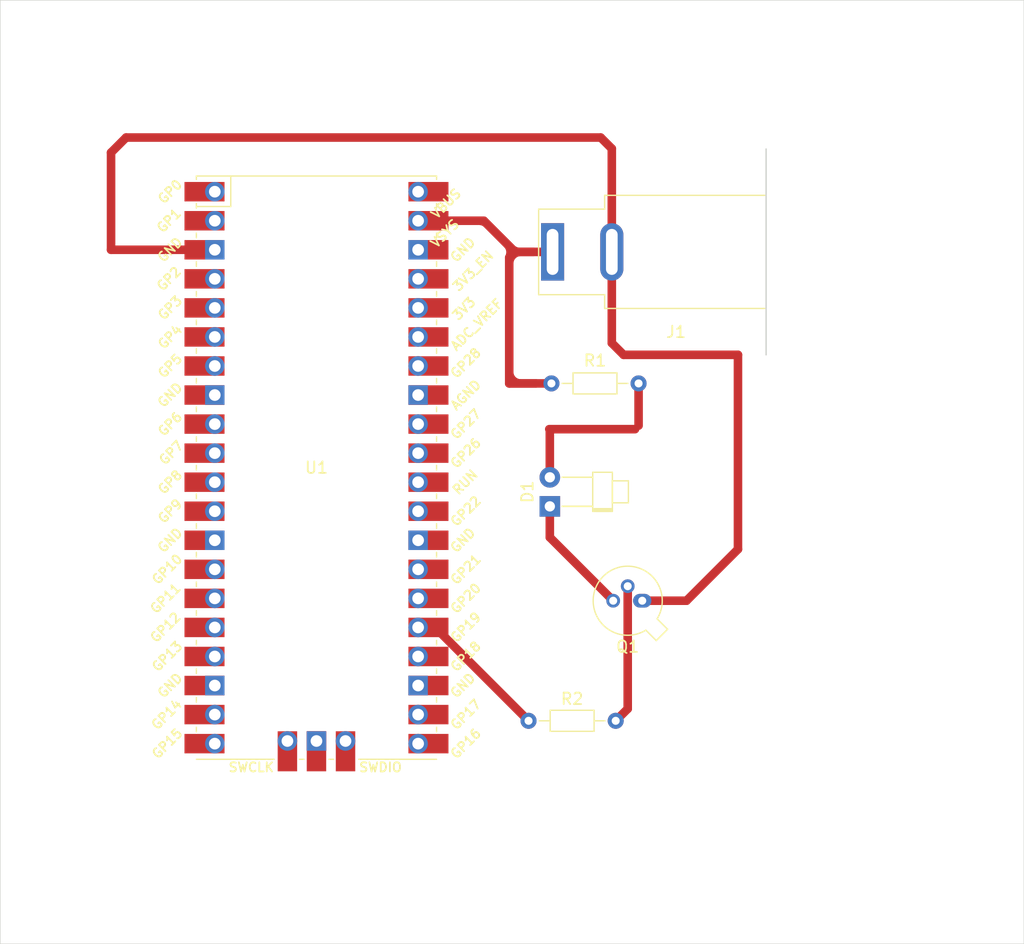
<source format=kicad_pcb>
(kicad_pcb (version 20240108) (generator "pcbnew") (generator_version "8.0")
  (layers (0 "F.Cu" signal) (31 "B.Cu" signal) (34 "B.Paste" user) (35 "F.Paste" user) (36 "B.SilkS" user "B.Silkscreen") (37 "F.SilkS" user "F.Silkscreen") (38 "B.Mask" user) (39 "F.Mask" user) (44 "Edge.Cuts" user))
  (net 0 "")
  (net 1 "GND")
  (net 2 "Net-(D1-K)")
  (net 3 "Net-(Q1-B)")
  (net 4 "Net-(U1-GPIO19)")
  (net 25 "VCC")
  (net 44 "Net-(D1-A)")
  (net 45 "unconnected-(U1-GND-Pad38)")
  (footprint "Resistor_THT:R_Axial_DIN0204_L3.6mm_D1.6mm_P7.62mm_Horizontal" (layer "F.Cu") (at 144.19 119.5)
    (property "Reference" "R2" (at 3.81 -1.92 0) (layer "F.SilkS"))
    (property "Value" "R_US")
    (fp_line (start 0.94 0) (end 1.89 0) (stroke (width 0.12)) (layer "F.SilkS"))
    (fp_line (start 1.89 -0.92) (end 1.89 0.92) (stroke (width 0.12)) (layer "F.SilkS"))
    (fp_line (start 1.89 0.92) (end 5.73 0.92) (stroke (width 0.12)) (layer "F.SilkS"))
    (fp_line (start 5.73 -0.92) (end 1.89 -0.92) (stroke (width 0.12)) (layer "F.SilkS"))
    (fp_line (start 5.73 0.92) (end 5.73 -0.92) (stroke (width 0.12)) (layer "F.SilkS"))
    (fp_line (start 6.68 0) (end 5.73 0) (stroke (width 0.12)) (layer "F.SilkS"))
    (pad "1" thru_hole circle (at 0 0) (size 1.4 1.4) (drill 0.7) (layers "*.Cu" "*.Mask") (net 4 "Net-(U1-GPIO19)"))
    (pad "2" thru_hole oval (at 7.62 0) (size 1.4 1.4) (drill 0.7) (layers "*.Cu" "*.Mask") (net 3 "Net-(Q1-B)"))
  )
  (footprint "Resistor_THT:R_Axial_DIN0204_L3.6mm_D1.6mm_P7.62mm_Horizontal" (layer "F.Cu") (at 146.19 90)
    (property "Reference" "R1" (at 3.81 -2 0) (layer "F.SilkS"))
    (property "Value" "R_US")
    (fp_line (start 0.94 0) (end 1.89 0) (stroke (width 0.12)) (layer "F.SilkS"))
    (fp_line (start 1.89 -0.92) (end 1.89 0.92) (stroke (width 0.12)) (layer "F.SilkS"))
    (fp_line (start 1.89 0.92) (end 5.73 0.92) (stroke (width 0.12)) (layer "F.SilkS"))
    (fp_line (start 5.73 -0.92) (end 1.89 -0.92) (stroke (width 0.12)) (layer "F.SilkS"))
    (fp_line (start 5.73 0.92) (end 5.73 -0.92) (stroke (width 0.12)) (layer "F.SilkS"))
    (fp_line (start 6.68 0) (end 5.73 0) (stroke (width 0.12)) (layer "F.SilkS"))
    (pad "1" thru_hole circle (at 0 0) (size 1.4 1.4) (drill 0.7) (layers "*.Cu" "*.Mask") (net 25 "VCC"))
    (pad "2" thru_hole oval (at 7.62 0) (size 1.4 1.4) (drill 0.7) (layers "*.Cu" "*.Mask") (net 44 "Net-(D1-A)"))
  )
  (footprint "LED_THT:LED_D1.8mm_W1.8mm_H2.4mm_Horizontal_O3.81mm_Z8.2mm" (layer "F.Cu") (at 146.05 100.75 90)
    (property "Reference" "D1" (at 1.27 -1.96 270) (layer "F.SilkS"))
    (property "Value" "LED")
    (fp_line (start 2.54 1.08) (end 2.54 1.08) (stroke (width 0.12)) (layer "F.SilkS"))
    (fp_line (start 2.54 1.08) (end 2.54 3.75) (stroke (width 0.12)) (layer "F.SilkS"))
    (fp_line (start 0 1.08) (end 0 1.08) (stroke (width 0.12)) (layer "F.SilkS"))
    (fp_line (start 0 1.08) (end 0 3.75) (stroke (width 0.12)) (layer "F.SilkS"))
    (fp_line (start 2.98 3.75) (end -0.44 3.75) (stroke (width 0.12)) (layer "F.SilkS"))
    (fp_line (start 2.54 3.75) (end 2.54 1.08) (stroke (width 0.12)) (layer "F.SilkS"))
    (fp_line (start 2.54 3.75) (end 2.54 3.75) (stroke (width 0.12)) (layer "F.SilkS"))
    (fp_line (start 0 3.75) (end 0 1.08) (stroke (width 0.12)) (layer "F.SilkS"))
    (fp_line (start 0 3.75) (end 0 3.75) (stroke (width 0.12)) (layer "F.SilkS"))
    (fp_line (start -0.2 3.75) (end -0.2 5.47) (stroke (width 0.12)) (layer "F.SilkS"))
    (fp_line (start -0.32 3.75) (end -0.32 5.47) (stroke (width 0.12)) (layer "F.SilkS"))
    (fp_line (start -0.44 3.75) (end -0.44 5.47) (stroke (width 0.12)) (layer "F.SilkS"))
    (fp_line (start 2.98 5.47) (end 2.98 3.75) (stroke (width 0.12)) (layer "F.SilkS"))
    (fp_line (start 2.23 5.47) (end 0.31 5.47) (stroke (width 0.12)) (layer "F.SilkS"))
    (fp_line (start 0.31 5.47) (end 0.31 6.87) (stroke (width 0.12)) (layer "F.SilkS"))
    (fp_line (start -0.44 5.47) (end 2.98 5.47) (stroke (width 0.12)) (layer "F.SilkS"))
    (fp_line (start 2.23 6.87) (end 2.23 5.47) (stroke (width 0.12)) (layer "F.SilkS"))
    (fp_line (start 0.31 6.87) (end 2.23 6.87) (stroke (width 0.12)) (layer "F.SilkS"))
    (pad "1" thru_hole rect (at 0 0 90) (size 1.8 1.8) (drill 0.9) (layers "*.Cu" "*.Mask") (net 2 "Net-(D1-K)"))
    (pad "2" thru_hole circle (at 2.54 0 90) (size 1.8 1.8) (drill 0.9) (layers "*.Cu" "*.Mask") (net 44 "Net-(D1-A)"))
  )
  (footprint "MCU_RaspberryPi_and_Boards:RPi_Pico_SMD_TH" (layer "F.Cu") (at 125.645552 97.365552)
    (property "Reference" "U1" (at 0 0 0) (layer "F.SilkS"))
    (property "Value" "Pico")
    (fp_line (start -10.5 -25.5) (end -10.5 -25.2) (stroke (width 0.12)) (layer "F.SilkS"))
    (fp_line (start -10.5 -25.5) (end 10.5 -25.5) (stroke (width 0.12)) (layer "F.SilkS"))
    (fp_line (start -10.5 -23.1) (end -10.5 -22.7) (stroke (width 0.12)) (layer "F.SilkS"))
    (fp_line (start -10.5 -22.833) (end -7.493 -22.833) (stroke (width 0.12)) (layer "F.SilkS"))
    (fp_line (start -10.5 -20.5) (end -10.5 -20.1) (stroke (width 0.12)) (layer "F.SilkS"))
    (fp_line (start -10.5 -18) (end -10.5 -17.6) (stroke (width 0.12)) (layer "F.SilkS"))
    (fp_line (start -10.5 -15.4) (end -10.5 -15) (stroke (width 0.12)) (layer "F.SilkS"))
    (fp_line (start -10.5 -12.9) (end -10.5 -12.5) (stroke (width 0.12)) (layer "F.SilkS"))
    (fp_line (start -10.5 -10.4) (end -10.5 -10) (stroke (width 0.12)) (layer "F.SilkS"))
    (fp_line (start -10.5 -7.8) (end -10.5 -7.4) (stroke (width 0.12)) (layer "F.SilkS"))
    (fp_line (start -10.5 -5.3) (end -10.5 -4.9) (stroke (width 0.12)) (layer "F.SilkS"))
    (fp_line (start -10.5 -2.7) (end -10.5 -2.3) (stroke (width 0.12)) (layer "F.SilkS"))
    (fp_line (start -10.5 -0.2) (end -10.5 0.2) (stroke (width 0.12)) (layer "F.SilkS"))
    (fp_line (start -10.5 2.3) (end -10.5 2.7) (stroke (width 0.12)) (layer "F.SilkS"))
    (fp_line (start -10.5 4.9) (end -10.5 5.3) (stroke (width 0.12)) (layer "F.SilkS"))
    (fp_line (start -10.5 7.4) (end -10.5 7.8) (stroke (width 0.12)) (layer "F.SilkS"))
    (fp_line (start -10.5 10) (end -10.5 10.4) (stroke (width 0.12)) (layer "F.SilkS"))
    (fp_line (start -10.5 12.5) (end -10.5 12.9) (stroke (width 0.12)) (layer "F.SilkS"))
    (fp_line (start -10.5 15.1) (end -10.5 15.5) (stroke (width 0.12)) (layer "F.SilkS"))
    (fp_line (start -10.5 17.6) (end -10.5 18) (stroke (width 0.12)) (layer "F.SilkS"))
    (fp_line (start -10.5 20.1) (end -10.5 20.5) (stroke (width 0.12)) (layer "F.SilkS"))
    (fp_line (start -10.5 22.7) (end -10.5 23.1) (stroke (width 0.12)) (layer "F.SilkS"))
    (fp_line (start -7.493 -22.833) (end -7.493 -25.5) (stroke (width 0.12)) (layer "F.SilkS"))
    (fp_line (start -3.7 25.5) (end -10.5 25.5) (stroke (width 0.12)) (layer "F.SilkS"))
    (fp_line (start -1.5 25.5) (end -1.1 25.5) (stroke (width 0.12)) (layer "F.SilkS"))
    (fp_line (start 1.1 25.5) (end 1.5 25.5) (stroke (width 0.12)) (layer "F.SilkS"))
    (fp_line (start 10.5 -25.5) (end 10.5 -25.2) (stroke (width 0.12)) (layer "F.SilkS"))
    (fp_line (start 10.5 -23.1) (end 10.5 -22.7) (stroke (width 0.12)) (layer "F.SilkS"))
    (fp_line (start 10.5 -20.5) (end 10.5 -20.1) (stroke (width 0.12)) (layer "F.SilkS"))
    (fp_line (start 10.5 -18) (end 10.5 -17.6) (stroke (width 0.12)) (layer "F.SilkS"))
    (fp_line (start 10.5 -15.4) (end 10.5 -15) (stroke (width 0.12)) (layer "F.SilkS"))
    (fp_line (start 10.5 -12.9) (end 10.5 -12.5) (stroke (width 0.12)) (layer "F.SilkS"))
    (fp_line (start 10.5 -10.4) (end 10.5 -10) (stroke (width 0.12)) (layer "F.SilkS"))
    (fp_line (start 10.5 -7.8) (end 10.5 -7.4) (stroke (width 0.12)) (layer "F.SilkS"))
    (fp_line (start 10.5 -5.3) (end 10.5 -4.9) (stroke (width 0.12)) (layer "F.SilkS"))
    (fp_line (start 10.5 -2.7) (end 10.5 -2.3) (stroke (width 0.12)) (layer "F.SilkS"))
    (fp_line (start 10.5 -0.2) (end 10.5 0.2) (stroke (width 0.12)) (layer "F.SilkS"))
    (fp_line (start 10.5 2.3) (end 10.5 2.7) (stroke (width 0.12)) (layer "F.SilkS"))
    (fp_line (start 10.5 4.9) (end 10.5 5.3) (stroke (width 0.12)) (layer "F.SilkS"))
    (fp_line (start 10.5 7.4) (end 10.5 7.8) (stroke (width 0.12)) (layer "F.SilkS"))
    (fp_line (start 10.5 10) (end 10.5 10.4) (stroke (width 0.12)) (layer "F.SilkS"))
    (fp_line (start 10.5 12.5) (end 10.5 12.9) (stroke (width 0.12)) (layer "F.SilkS"))
    (fp_line (start 10.5 15.1) (end 10.5 15.5) (stroke (width 0.12)) (layer "F.SilkS"))
    (fp_line (start 10.5 17.6) (end 10.5 18) (stroke (width 0.12)) (layer "F.SilkS"))
    (fp_line (start 10.5 20.1) (end 10.5 20.5) (stroke (width 0.12)) (layer "F.SilkS"))
    (fp_line (start 10.5 22.7) (end 10.5 23.1) (stroke (width 0.12)) (layer "F.SilkS"))
    (fp_line (start 10.5 25.5) (end 3.7 25.5) (stroke (width 0.12)) (layer "F.SilkS"))
    (fp_text user "GP3" (at -12.8 -13.97 45) (layer "F.SilkS") (effects (font (size 0.8 0.8))))
    (fp_text user "SWCLK" (at -5.7 26.2 0) (layer "F.SilkS") (effects (font (size 0.8 0.8))))
    (fp_text user "GP0" (at -12.8 -24.13 45) (layer "F.SilkS") (effects (font (size 0.8 0.8))))
    (fp_text user "GND" (at -12.8 -6.35 45) (layer "F.SilkS") (effects (font (size 0.8 0.8))))
    (fp_text user "GP12" (at -13.2 13.97 45) (layer "F.SilkS") (effects (font (size 0.8 0.8))))
    (fp_text user "GP9" (at -12.8 3.81 45) (layer "F.SilkS") (effects (font (size 0.8 0.8))))
    (fp_text user "GP6" (at -12.8 -3.81 45) (layer "F.SilkS") (effects (font (size 0.8 0.8))))
    (fp_text user "GP17" (at 13.054 21.59 45) (layer "F.SilkS") (effects (font (size 0.8 0.8))))
    (fp_text user "GND" (at 12.8 6.35 45) (layer "F.SilkS") (effects (font (size 0.8 0.8))))
    (fp_text user "GP8" (at -12.8 1.27 45) (layer "F.SilkS") (effects (font (size 0.8 0.8))))
    (fp_text user "3V3" (at 12.9 -13.9 45) (layer "F.SilkS") (effects (font (size 0.8 0.8))))
    (fp_text user "GP20" (at 13.054 11.43 45) (layer "F.SilkS") (effects (font (size 0.8 0.8))))
    (fp_text user "GP11" (at -13.2 11.43 45) (layer "F.SilkS") (effects (font (size 0.8 0.8))))
    (fp_text user "GP15" (at -13.054 24.13 45) (layer "F.SilkS") (effects (font (size 0.8 0.8))))
    (fp_text user "GND" (at 12.8 -19.05 45) (layer "F.SilkS") (effects (font (size 0.8 0.8))))
    (fp_text user "GP14" (at -13.1 21.59 45) (layer "F.SilkS") (effects (font (size 0.8 0.8))))
    (fp_text user "RUN" (at 13 1.27 45) (layer "F.SilkS") (effects (font (size 0.8 0.8))))
    (fp_text user "GP26" (at 13.054 -1.27 45) (layer "F.SilkS") (effects (font (size 0.8 0.8))))
    (fp_text user "3V3_EN" (at 13.7 -17.2 45) (layer "F.SilkS") (effects (font (size 0.8 0.8))))
    (fp_text user "GP2" (at -12.9 -16.51 45) (layer "F.SilkS") (effects (font (size 0.8 0.8))))
    (fp_text user "GP4" (at -12.8 -11.43 45) (layer "F.SilkS") (effects (font (size 0.8 0.8))))
    (fp_text user "GP13" (at -13.054 16.51 45) (layer "F.SilkS") (effects (font (size 0.8 0.8))))
    (fp_text user "GND" (at -12.8 19.05 45) (layer "F.SilkS") (effects (font (size 0.8 0.8))))
    (fp_text user "GP7" (at -12.7 -1.3 45) (layer "F.SilkS") (effects (font (size 0.8 0.8))))
    (fp_text user "GND" (at 12.8 19.05 45) (layer "F.SilkS") (effects (font (size 0.8 0.8))))
    (fp_text user "GP19" (at 13.054 13.97 45) (layer "F.SilkS") (effects (font (size 0.8 0.8))))
    (fp_text user "GND" (at -12.8 -19.05 45) (layer "F.SilkS") (effects (font (size 0.8 0.8))))
    (fp_text user "GP21" (at 13.054 8.9 45) (layer "F.SilkS") (effects (font (size 0.8 0.8))))
    (fp_text user "GP16" (at 13.054 24.13 45) (layer "F.SilkS") (effects (font (size 0.8 0.8))))
    (fp_text user "ADC_VREF" (at 14 -12.5 45) (layer "F.SilkS") (effects (font (size 0.8 0.8))))
    (fp_text user "VBUS" (at 11.329448 -23.080552 45) (layer "F.SilkS") (effects (font (size 0.8 0.8))))
    (fp_text user "GP22" (at 13.054 3.81 45) (layer "F.SilkS") (effects (font (size 0.8 0.8))))
    (fp_text user "GP27" (at 13.054 -3.8 45) (layer "F.SilkS") (effects (font (size 0.8 0.8))))
    (fp_text user "GP1" (at -12.9 -21.6 45) (layer "F.SilkS") (effects (font (size 0.8 0.8))))
    (fp_text user "AGND" (at 13.054 -6.35 45) (layer "F.SilkS") (effects (font (size 0.8 0.8))))
    (fp_text user "GP10" (at -13.054 8.89 45) (layer "F.SilkS") (effects (font (size 0.8 0.8))))
    (fp_text user "GND" (at -12.8 6.35 45) (layer "F.SilkS") (effects (font (size 0.8 0.8))))
    (fp_text user "GP5" (at -12.8 -8.89 45) (layer "F.SilkS") (effects (font (size 0.8 0.8))))
    (fp_text user "SWDIO" (at 5.6 26.2 0) (layer "F.SilkS") (effects (font (size 0.8 0.8))))
    (fp_text user "GP28" (at 13.054 -9.144 45) (layer "F.SilkS") (effects (font (size 0.8 0.8))))
    (fp_text user "GP18" (at 13.054 16.51 45) (layer "F.SilkS") (effects (font (size 0.8 0.8))))
    (fp_text user "VSYS" (at 11.229448 -20.470552 45) (layer "F.SilkS") (effects (font (size 0.8 0.8))))
    (pad "" np_thru_hole oval (at -2.725 -24) (size 1.8 1.8) (drill 1.8) (layers "*.Cu" "*.Mask"))
    (pad "" np_thru_hole oval (at -2.425 -20.97) (size 1.5 1.5) (drill 1.5) (layers "*.Cu" "*.Mask"))
    (pad "" np_thru_hole oval (at 2.425 -20.97) (size 1.5 1.5) (drill 1.5) (layers "*.Cu" "*.Mask"))
    (pad "" np_thru_hole oval (at 2.725 -24) (size 1.8 1.8) (drill 1.8) (layers "*.Cu" "*.Mask"))
    (pad "1" thru_hole oval (at -8.89 -24.13) (size 1.7 1.7) (drill 1.02) (layers "*.Cu" "*.Mask"))
    (pad "1" smd rect (at -8.89 -24.13) (size 3.5 1.7) (drill (offset -0.9 0)) (layers "F.Cu" "F.Mask"))
    (pad "2" thru_hole oval (at -8.89 -21.59) (size 1.7 1.7) (drill 1.02) (layers "*.Cu" "*.Mask"))
    (pad "2" smd rect (at -8.89 -21.59) (size 3.5 1.7) (drill (offset -0.9 0)) (layers "F.Cu" "F.Mask"))
    (pad "3" thru_hole rect (at -8.89 -19.05) (size 1.7 1.7) (drill 1.02) (layers "*.Cu" "*.Mask") (net 1 "GND"))
    (pad "3" smd rect (at -8.89 -19.05) (size 3.5 1.7) (drill (offset -0.9 0)) (layers "F.Cu" "F.Mask") (net 1 "GND"))
    (pad "4" thru_hole oval (at -8.89 -16.51) (size 1.7 1.7) (drill 1.02) (layers "*.Cu" "*.Mask"))
    (pad "4" smd rect (at -8.89 -16.51) (size 3.5 1.7) (drill (offset -0.9 0)) (layers "F.Cu" "F.Mask"))
    (pad "5" thru_hole oval (at -8.89 -13.97) (size 1.7 1.7) (drill 1.02) (layers "*.Cu" "*.Mask"))
    (pad "5" smd rect (at -8.89 -13.97) (size 3.5 1.7) (drill (offset -0.9 0)) (layers "F.Cu" "F.Mask"))
    (pad "6" thru_hole oval (at -8.89 -11.43) (size 1.7 1.7) (drill 1.02) (layers "*.Cu" "*.Mask"))
    (pad "6" smd rect (at -8.89 -11.43) (size 3.5 1.7) (drill (offset -0.9 0)) (layers "F.Cu" "F.Mask"))
    (pad "7" thru_hole oval (at -8.89 -8.89) (size 1.7 1.7) (drill 1.02) (layers "*.Cu" "*.Mask"))
    (pad "7" smd rect (at -8.89 -8.89) (size 3.5 1.7) (drill (offset -0.9 0)) (layers "F.Cu" "F.Mask"))
    (pad "8" thru_hole rect (at -8.89 -6.35) (size 1.7 1.7) (drill 1.02) (layers "*.Cu" "*.Mask"))
    (pad "8" smd rect (at -8.89 -6.35) (size 3.5 1.7) (drill (offset -0.9 0)) (layers "F.Cu" "F.Mask"))
    (pad "9" thru_hole oval (at -8.89 -3.81) (size 1.7 1.7) (drill 1.02) (layers "*.Cu" "*.Mask"))
    (pad "9" smd rect (at -8.89 -3.81) (size 3.5 1.7) (drill (offset -0.9 0)) (layers "F.Cu" "F.Mask"))
    (pad "10" thru_hole oval (at -8.89 -1.27) (size 1.7 1.7) (drill 1.02) (layers "*.Cu" "*.Mask"))
    (pad "10" smd rect (at -8.89 -1.27) (size 3.5 1.7) (drill (offset -0.9 0)) (layers "F.Cu" "F.Mask"))
    (pad "11" thru_hole oval (at -8.89 1.27) (size 1.7 1.7) (drill 1.02) (layers "*.Cu" "*.Mask"))
    (pad "11" smd rect (at -8.89 1.27) (size 3.5 1.7) (drill (offset -0.9 0)) (layers "F.Cu" "F.Mask"))
    (pad "12" thru_hole oval (at -8.89 3.81) (size 1.7 1.7) (drill 1.02) (layers "*.Cu" "*.Mask"))
    (pad "12" smd rect (at -8.89 3.81) (size 3.5 1.7) (drill (offset -0.9 0)) (layers "F.Cu" "F.Mask"))
    (pad "13" thru_hole rect (at -8.89 6.35) (size 1.7 1.7) (drill 1.02) (layers "*.Cu" "*.Mask"))
    (pad "13" smd rect (at -8.89 6.35) (size 3.5 1.7) (drill (offset -0.9 0)) (layers "F.Cu" "F.Mask"))
    (pad "14" thru_hole oval (at -8.89 8.89) (size 1.7 1.7) (drill 1.02) (layers "*.Cu" "*.Mask"))
    (pad "14" smd rect (at -8.89 8.89) (size 3.5 1.7) (drill (offset -0.9 0)) (layers "F.Cu" "F.Mask"))
    (pad "15" thru_hole oval (at -8.89 11.43) (size 1.7 1.7) (drill 1.02) (layers "*.Cu" "*.Mask"))
    (pad "15" smd rect (at -8.89 11.43) (size 3.5 1.7) (drill (offset -0.9 0)) (layers "F.Cu" "F.Mask"))
    (pad "16" thru_hole oval (at -8.89 13.97) (size 1.7 1.7) (drill 1.02) (layers "*.Cu" "*.Mask"))
    (pad "16" smd rect (at -8.89 13.97) (size 3.5 1.7) (drill (offset -0.9 0)) (layers "F.Cu" "F.Mask"))
    (pad "17" thru_hole oval (at -8.89 16.51) (size 1.7 1.7) (drill 1.02) (layers "*.Cu" "*.Mask"))
    (pad "17" smd rect (at -8.89 16.51) (size 3.5 1.7) (drill (offset -0.9 0)) (layers "F.Cu" "F.Mask"))
    (pad "18" thru_hole rect (at -8.89 19.05) (size 1.7 1.7) (drill 1.02) (layers "*.Cu" "*.Mask"))
    (pad "18" smd rect (at -8.89 19.05) (size 3.5 1.7) (drill (offset -0.9 0)) (layers "F.Cu" "F.Mask"))
    (pad "19" thru_hole oval (at -8.89 21.59) (size 1.7 1.7) (drill 1.02) (layers "*.Cu" "*.Mask"))
    (pad "19" smd rect (at -8.89 21.59) (size 3.5 1.7) (drill (offset -0.9 0)) (layers "F.Cu" "F.Mask"))
    (pad "20" thru_hole oval (at -8.89 24.13) (size 1.7 1.7) (drill 1.02) (layers "*.Cu" "*.Mask"))
    (pad "20" smd rect (at -8.89 24.13) (size 3.5 1.7) (drill (offset -0.9 0)) (layers "F.Cu" "F.Mask"))
    (pad "21" thru_hole oval (at 8.89 24.13) (size 1.7 1.7) (drill 1.02) (layers "*.Cu" "*.Mask"))
    (pad "21" smd rect (at 8.89 24.13) (size 3.5 1.7) (drill (offset 0.9 0)) (layers "F.Cu" "F.Mask"))
    (pad "22" thru_hole oval (at 8.89 21.59) (size 1.7 1.7) (drill 1.02) (layers "*.Cu" "*.Mask"))
    (pad "22" smd rect (at 8.89 21.59) (size 3.5 1.7) (drill (offset 0.9 0)) (layers "F.Cu" "F.Mask"))
    (pad "23" thru_hole rect (at 8.89 19.05) (size 1.7 1.7) (drill 1.02) (layers "*.Cu" "*.Mask"))
    (pad "23" smd rect (at 8.89 19.05) (size 3.5 1.7) (drill (offset 0.9 0)) (layers "F.Cu" "F.Mask"))
    (pad "24" thru_hole oval (at 8.89 16.51) (size 1.7 1.7) (drill 1.02) (layers "*.Cu" "*.Mask") (net 4 "Net-(U1-GPIO19)"))
    (pad "24" smd rect (at 8.89 16.51) (size 3.5 1.7) (drill (offset 0.9 0)) (layers "F.Cu" "F.Mask") (net 4 "Net-(U1-GPIO19)"))
    (pad "25" thru_hole oval (at 8.89 13.97) (size 1.7 1.7) (drill 1.02) (layers "*.Cu" "*.Mask") (net 4 "Net-(U1-GPIO19)"))
    (pad "25" smd rect (at 8.89 13.97) (size 3.5 1.7) (drill (offset 0.9 0)) (layers "F.Cu" "F.Mask") (net 4 "Net-(U1-GPIO19)"))
    (pad "26" thru_hole oval (at 8.89 11.43) (size 1.7 1.7) (drill 1.02) (layers "*.Cu" "*.Mask"))
    (pad "26" smd rect (at 8.89 11.43) (size 3.5 1.7) (drill (offset 0.9 0)) (layers "F.Cu" "F.Mask"))
    (pad "27" thru_hole oval (at 8.89 8.89) (size 1.7 1.7) (drill 1.02) (layers "*.Cu" "*.Mask"))
    (pad "27" smd rect (at 8.89 8.89) (size 3.5 1.7) (drill (offset 0.9 0)) (layers "F.Cu" "F.Mask"))
    (pad "28" thru_hole rect (at 8.89 6.35) (size 1.7 1.7) (drill 1.02) (layers "*.Cu" "*.Mask"))
    (pad "28" smd rect (at 8.89 6.35) (size 3.5 1.7) (drill (offset 0.9 0)) (layers "F.Cu" "F.Mask"))
    (pad "29" thru_hole oval (at 8.89 3.81) (size 1.7 1.7) (drill 1.02) (layers "*.Cu" "*.Mask"))
    (pad "29" smd rect (at 8.89 3.81) (size 3.5 1.7) (drill (offset 0.9 0)) (layers "F.Cu" "F.Mask"))
    (pad "30" thru_hole oval (at 8.89 1.27) (size 1.7 1.7) (drill 1.02) (layers "*.Cu" "*.Mask"))
    (pad "30" smd rect (at 8.89 1.27) (size 3.5 1.7) (drill (offset 0.9 0)) (layers "F.Cu" "F.Mask"))
    (pad "31" thru_hole oval (at 8.89 -1.27) (size 1.7 1.7) (drill 1.02) (layers "*.Cu" "*.Mask"))
    (pad "31" smd rect (at 8.89 -1.27) (size 3.5 1.7) (drill (offset 0.9 0)) (layers "F.Cu" "F.Mask"))
    (pad "32" thru_hole oval (at 8.89 -3.81) (size 1.7 1.7) (drill 1.02) (layers "*.Cu" "*.Mask"))
    (pad "32" smd rect (at 8.89 -3.81) (size 3.5 1.7) (drill (offset 0.9 0)) (layers "F.Cu" "F.Mask"))
    (pad "33" thru_hole rect (at 8.89 -6.35) (size 1.7 1.7) (drill 1.02) (layers "*.Cu" "*.Mask"))
    (pad "33" smd rect (at 8.89 -6.35) (size 3.5 1.7) (drill (offset 0.9 0)) (layers "F.Cu" "F.Mask"))
    (pad "34" thru_hole oval (at 8.89 -8.89) (size 1.7 1.7) (drill 1.02) (layers "*.Cu" "*.Mask"))
    (pad "34" smd rect (at 8.89 -8.89) (size 3.5 1.7) (drill (offset 0.9 0)) (layers "F.Cu" "F.Mask"))
    (pad "35" thru_hole oval (at 8.89 -11.43) (size 1.7 1.7) (drill 1.02) (layers "*.Cu" "*.Mask"))
    (pad "35" smd rect (at 8.89 -11.43) (size 3.5 1.7) (drill (offset 0.9 0)) (layers "F.Cu" "F.Mask"))
    (pad "36" thru_hole oval (at 8.89 -13.97) (size 1.7 1.7) (drill 1.02) (layers "*.Cu" "*.Mask"))
    (pad "36" smd rect (at 8.89 -13.97) (size 3.5 1.7) (drill (offset 0.9 0)) (layers "F.Cu" "F.Mask"))
    (pad "37" thru_hole oval (at 8.89 -16.51) (size 1.7 1.7) (drill 1.02) (layers "*.Cu" "*.Mask"))
    (pad "37" smd rect (at 8.89 -16.51) (size 3.5 1.7) (drill (offset 0.9 0)) (layers "F.Cu" "F.Mask"))
    (pad "38" thru_hole rect (at 8.89 -19.05) (size 1.7 1.7) (drill 1.02) (layers "*.Cu" "*.Mask") (net 45 "unconnected-(U1-GND-Pad38)"))
    (pad "38" smd rect (at 8.89 -19.05) (size 3.5 1.7) (drill (offset 0.9 0)) (layers "F.Cu" "F.Mask") (net 45 "unconnected-(U1-GND-Pad38)"))
    (pad "39" thru_hole oval (at 8.89 -21.59) (size 1.7 1.7) (drill 1.02) (layers "*.Cu" "*.Mask") (net 25 "VCC"))
    (pad "39" smd rect (at 8.89 -21.59) (size 3.5 1.7) (drill (offset 0.9 0)) (layers "F.Cu" "F.Mask") (net 25 "VCC"))
    (pad "40" thru_hole oval (at 8.89 -24.13) (size 1.7 1.7) (drill 1.02) (layers "*.Cu" "*.Mask"))
    (pad "40" smd rect (at 8.89 -24.13) (size 3.5 1.7) (drill (offset 0.9 0)) (layers "F.Cu" "F.Mask"))
    (pad "41" thru_hole oval (at -2.54 23.9) (size 1.7 1.7) (drill 1.02) (layers "*.Cu" "*.Mask"))
    (pad "41" smd rect (at -2.54 23.9 90) (size 3.5 1.7) (drill (offset -0.9 0)) (layers "F.Cu" "F.Mask"))
    (pad "42" thru_hole rect (at 0 23.9) (size 1.7 1.7) (drill 1.02) (layers "*.Cu" "*.Mask"))
    (pad "42" smd rect (at 0 23.9 90) (size 3.5 1.7) (drill (offset -0.9 0)) (layers "F.Cu" "F.Mask"))
    (pad "43" thru_hole oval (at 2.54 23.9) (size 1.7 1.7) (drill 1.02) (layers "*.Cu" "*.Mask"))
    (pad "43" smd rect (at 2.54 23.9 90) (size 3.5 1.7) (drill (offset -0.9 0)) (layers "F.Cu" "F.Mask"))
  )
  (footprint "Package_TO_SOT_THT:TO-18-3" (layer "F.Cu") (at 154.130552 109 180)
    (property "Reference" "Q1" (at 1.27 -4.02 180) (layer "F.SilkS"))
    (property "Value" "BC107")
    (fp_line (start -0.312331 -2.572281) (end -1.224499 -3.484448) (stroke (width 0.12)) (layer "F.SilkS"))
    (fp_line (start -1.224499 -3.484448) (end -2.214448 -2.494499) (stroke (width 0.12)) (layer "F.SilkS"))
    (fp_line (start -2.214448 -2.494499) (end -1.302281 -1.582331) (stroke (width 0.12)) (layer "F.SilkS"))
    (fp_arc (start -0.312331 -2.572281) (mid 3.405374 2.135551) (end -1.30215 -1.582544) (stroke (width 0.12)) (layer "F.SilkS"))
    (pad "1" thru_hole oval (at 0 0 180) (size 1.6 1.2) (drill 0.7) (layers "*.Cu" "*.Mask") (net 1 "GND"))
    (pad "2" thru_hole oval (at 1.27 1.27 180) (size 1.2 1.2) (drill 0.7) (layers "*.Cu" "*.Mask") (net 3 "Net-(Q1-B)"))
    (pad "3" thru_hole oval (at 2.54 0 180) (size 1.2 1.2) (drill 0.7) (layers "*.Cu" "*.Mask") (net 2 "Net-(D1-K)"))
  )
  (footprint "Connector_BarrelJack:BarrelJack_SwitchcraftConxall_RAPC10U_Horizontal" (layer "F.Cu") (at 146.29 78.5 180)
    (property "Reference" "J1" (at -10.8 -7 180) (layer "F.SilkS"))
    (property "Value" "Barrel_Jack")
    (fp_line (start 1.22 3.74) (end 1.22 -3.74) (stroke (width 0.12)) (layer "F.SilkS"))
    (fp_line (start 1.22 -3.74) (end -4.55 -3.74) (stroke (width 0.12)) (layer "F.SilkS"))
    (fp_line (start -4.55 4.945) (end -4.55 3.74) (stroke (width 0.12)) (layer "F.SilkS"))
    (fp_line (start -4.55 3.74) (end 1.22 3.74) (stroke (width 0.12)) (layer "F.SilkS"))
    (fp_line (start -4.55 -3.74) (end -4.55 -4.945) (stroke (width 0.12)) (layer "F.SilkS"))
    (fp_line (start -4.55 -4.945) (end -18.55 -4.945) (stroke (width 0.12)) (layer "F.SilkS"))
    (fp_line (start -18.55 4.945) (end -4.55 4.945) (stroke (width 0.12)) (layer "F.SilkS"))
    (fp_line (start -18.67 -9) (end -18.67 9) (stroke (width 0.12)) (layer "Edge.Cuts"))
    (pad "1" thru_hole rect (at 0 0 180) (size 2.02 5.02) (drill oval 1.02 4.02) (layers "*.Cu" "*.Mask") (net 25 "VCC"))
    (pad "2" thru_hole oval (at -5.18 0 180) (size 2.02 5.02) (drill oval 1.02 4.02) (layers "*.Cu" "*.Mask") (net 1 "GND"))
  )
  (gr_rect (start 98 56.5) (end 187.5 139) (stroke (width 0.05)) (fill none) (layer "Edge.Cuts"))
  (segment (start 151.47 78.5) (end 151.47 86.47) (width 0.75) (layer "F.Cu") (net 1))
  (segment (start 151.47 78.5) (end 151.47 69.47) (width 0.75) (layer "F.Cu") (net 1))
  (segment (start 107.684448 69.815552) (end 107.684448 78.315552) (width 0.75) (layer "F.Cu") (net 1))
  (segment (start 107.684448 78.315552) (end 116.755552 78.315552) (width 0.75) (layer "F.Cu") (net 1))
  (segment (start 162.5 87.5) (end 162.5 104.5) (width 0.75) (layer "F.Cu") (net 1))
  (segment (start 158 109) (end 162.5 104.5) (width 0.75) (layer "F.Cu") (net 1))
  (segment (start 154.130552 109) (end 158 109) (width 0.75) (layer "F.Cu") (net 1))
  (segment (start 150.5 68.5) (end 109 68.5) (width 0.75) (layer "F.Cu") (net 1))
  (segment (start 109 68.5) (end 107.684448 69.815552) (width 0.75) (layer "F.Cu") (net 1))
  (segment (start 152.5 87.5) (end 162.5 87.5) (width 0.75) (layer "F.Cu") (net 1))
  (segment (start 107.5 78.5) (end 107.684448 78.315552) (width 0.2) (layer "F.Cu") (net 1))
  (segment (start 151.47 69.47) (end 150.5 68.5) (width 0.75) (layer "F.Cu") (net 1))
  (segment (start 151.47 86.47) (end 152.5 87.5) (width 0.75) (layer "F.Cu") (net 1))
  (segment (start 146.05 103.459448) (end 146.05 100.75) (width 0.75) (layer "F.Cu") (net 2))
  (segment (start 151.590552 109) (end 146.05 103.459448) (width 0.75) (layer "F.Cu") (net 2))
  (segment (start 152.860552 118.449448) (end 152.860552 107.73) (width 0.75) (layer "F.Cu") (net 3))
  (segment (start 151.81 119.5) (end 152.860552 118.449448) (width 0.75) (layer "F.Cu") (net 3))
  (segment (start 136.025552 111.335552) (end 134.535552 111.335552) (width 0.2) (layer "F.Cu") (net 4))
  (segment (start 144.19 119.5) (end 136.025552 111.335552) (width 0.75) (layer "F.Cu") (net 4))
  (segment (start 134.871104 111) (end 134.535552 111.335552) (width 0.2) (layer "F.Cu") (net 4))
  (segment (start 143 78.5) (end 140.275552 75.775552) (width 0.75) (layer "F.Cu") (net 25))
  (segment (start 142.5 79) (end 142.5 90) (width 0.75) (layer "F.Cu") (net 25))
  (segment (start 142.5 90) (end 146.19 90) (width 0.75) (layer "F.Cu") (net 25))
  (segment (start 146.29 90.1) (end 146.19 90) (width 0.2) (layer "F.Cu") (net 25))
  (segment (start 146.29 78.5) (end 143 78.5) (width 0.75) (layer "F.Cu") (net 25))
  (segment (start 140.275552 75.775552) (end 134.535552 75.775552) (width 0.75) (layer "F.Cu") (net 25))
  (segment (start 143 78.5) (end 142.5 79) (width 0.75) (layer "F.Cu") (net 25))
  (segment (start 153.81 90) (end 153.81 93.69) (width 0.75) (layer "F.Cu") (net 44))
  (segment (start 153.81 93.69) (end 153.5 94) (width 0.2) (layer "F.Cu") (net 44))
  (segment (start 153.5 94) (end 146 94) (width 0.75) (layer "F.Cu") (net 44))
  (segment (start 146.05 94.05) (end 146.05 98.21) (width 0.75) (layer "F.Cu") (net 44))
  (segment (start 146 95.5) (end 146.05 95.55) (width 0.2) (layer "F.Cu") (net 44))
  (segment (start 146 94) (end 146.05 94.05) (width 0.2) (layer "F.Cu") (net 44))
  (segment (start 134.535552 78.315552) (end 136.184448 78.315552) (width 0.2) (layer "F.Cu") (net 45))
  (segment (start 136.095552 78.315552) (end 134.535552 78.315552) (width 0.2) (layer "F.Cu") (net 45))
  (zone (net 25) (net_name "VCC") (layer "F.Cu") (connect_pads (clearance 0.5)) (min_thickness 0.25) (fill yes (thermal_gap 0.5) (thermal_bridge_width 0.5))
    (polygon (pts (xy 180.5 131.5) (xy 180.5 63) (xy 103.5 63) (xy 104 131)))
  )
)
</source>
